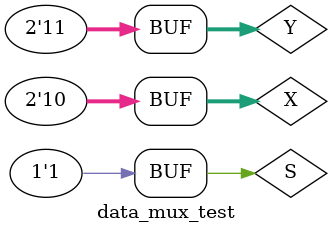
<source format=v>

`timescale 1ns / 1ps


module data_mux_test;

// Inputs
reg [1:0] X;
reg [1:0] Y;
reg [0:0] S;

// Outputs
wire [1:0] O;

// Instantiate Device Under Test
data_mux ttul( .X(X), .Y(Y), .S(S), .O(O));

// Testing
initial
begin
   begin
   X = 0;
   Y = 0;
   S = 0;
   #10 X = 1;
   #10 Y = 1;
   #10 X = 3; Y = 0;
   #10 X = 2; Y = 3;
   #10 S = 1;
   #10 X = 1;
   #10 Y = 1;
   #10 X = 3; Y = 0;
   #10 X = 2; Y = 3;
   #20;
   end
end 
    
endmodule

</source>
